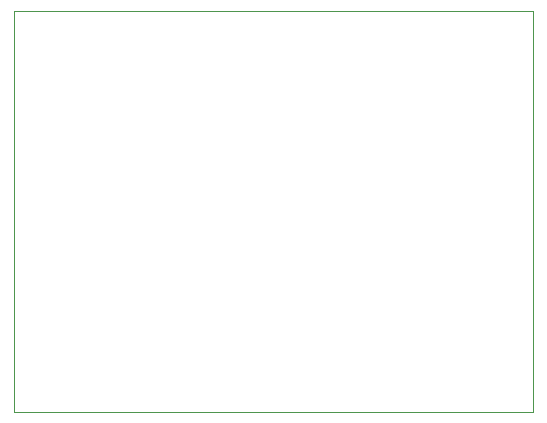
<source format=gbr>
%TF.GenerationSoftware,KiCad,Pcbnew,7.0.9*%
%TF.CreationDate,2023-11-28T13:38:34+10:00*%
%TF.ProjectId,cansult,63616e73-756c-4742-9e6b-696361645f70,rev?*%
%TF.SameCoordinates,Original*%
%TF.FileFunction,Profile,NP*%
%FSLAX46Y46*%
G04 Gerber Fmt 4.6, Leading zero omitted, Abs format (unit mm)*
G04 Created by KiCad (PCBNEW 7.0.9) date 2023-11-28 13:38:34*
%MOMM*%
%LPD*%
G01*
G04 APERTURE LIST*
%TA.AperFunction,Profile*%
%ADD10C,0.100000*%
%TD*%
G04 APERTURE END LIST*
D10*
X166000000Y-69000000D02*
X210000000Y-69000000D01*
X210000000Y-103000000D01*
X166000000Y-103000000D01*
X166000000Y-69000000D01*
M02*

</source>
